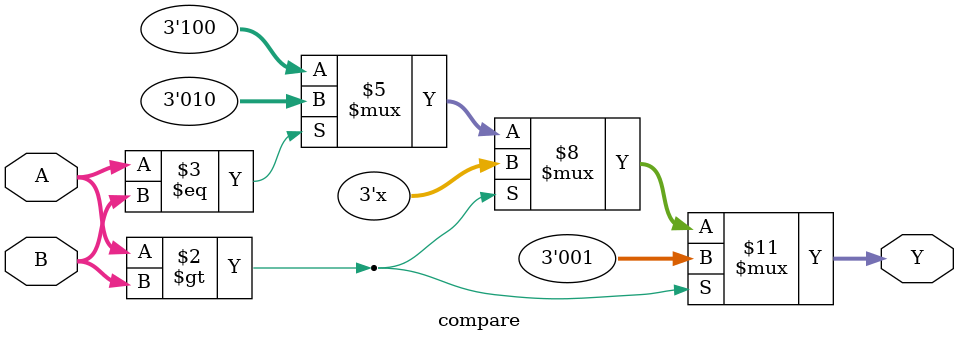
<source format=v>
`timescale 1ns / 1ps
module compare(A,B,Y);
	input[3:0] A,B;
	wire[3:0] A,B;
	output[2:0] Y;
	reg[2:0] Y;
	always @ ( A or B )
     begin 
         if ( A > B ) 
             Y = 3'b001;
         else if ( A == B)
             Y = 3'b010;
         else 
             Y = 3'b100;
       end


endmodule

</source>
